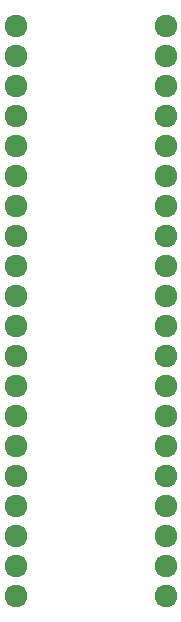
<source format=gbs>
G04 #@! TF.FileFunction,Soldermask,Bot*
%FSLAX46Y46*%
G04 Gerber Fmt 4.6, Leading zero omitted, Abs format (unit mm)*
G04 Created by KiCad (PCBNEW 4.0.4-stable) date *
%MOMM*%
%LPD*%
G01*
G04 APERTURE LIST*
%ADD10C,0.100000*%
%ADD11C,1.924000*%
G04 APERTURE END LIST*
D10*
D11*
X158350000Y-90140000D03*
X158350000Y-92680000D03*
X158350000Y-95220000D03*
X158350000Y-97760000D03*
X158350000Y-100300000D03*
X158350000Y-102840000D03*
X158350000Y-105380000D03*
X158350000Y-107920000D03*
X158350000Y-110460000D03*
X158350000Y-113000000D03*
X158350000Y-115540000D03*
X158350000Y-118080000D03*
X158350000Y-120620000D03*
X158350000Y-123160000D03*
X158350000Y-125700000D03*
X158350000Y-128240000D03*
X158350000Y-130780000D03*
X158350000Y-133320000D03*
X158350000Y-135860000D03*
X145650000Y-135860000D03*
X145650000Y-133320000D03*
X145650000Y-130780000D03*
X145650000Y-128240000D03*
X145650000Y-125700000D03*
X145650000Y-123160000D03*
X145650000Y-120620000D03*
X145650000Y-118080000D03*
X145650000Y-115540000D03*
X145650000Y-113000000D03*
X145650000Y-110460000D03*
X145650000Y-107920000D03*
X145650000Y-105380000D03*
X145650000Y-102840000D03*
X145650000Y-100300000D03*
X145650000Y-97760000D03*
X145650000Y-95220000D03*
X145650000Y-92680000D03*
X145650000Y-90140000D03*
X158350000Y-87600000D03*
X145650000Y-87600000D03*
M02*

</source>
